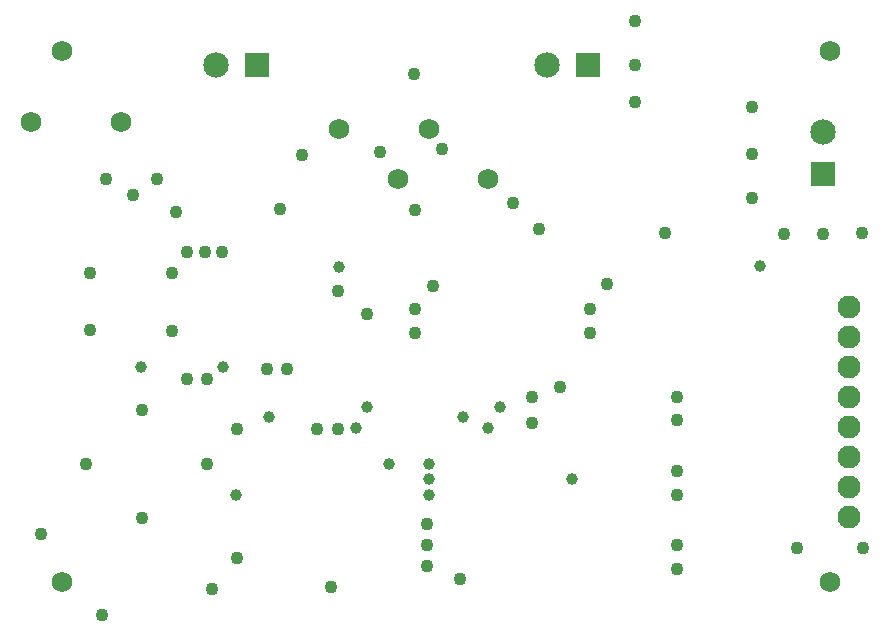
<source format=gbs>
G04*
G04 #@! TF.GenerationSoftware,Altium Limited,Altium Designer,19.1.5 (86)*
G04*
G04 Layer_Color=16711935*
%FSLAX25Y25*%
%MOIN*%
G70*
G01*
G75*
%ADD23C,0.06800*%
%ADD24C,0.08477*%
%ADD25R,0.08477X0.08477*%
%ADD26R,0.08477X0.08477*%
%ADD27C,0.07690*%
%ADD28C,0.04343*%
%ADD29C,0.03950*%
D23*
X629921Y488189D02*
D03*
X374016D02*
D03*
X374016Y311024D02*
D03*
X363701Y464500D02*
D03*
X393701D02*
D03*
X496100Y462000D02*
D03*
X466100D02*
D03*
X516000Y445500D02*
D03*
X486000D02*
D03*
X629921Y311024D02*
D03*
D24*
X425197Y483465D02*
D03*
X535433Y483465D02*
D03*
X627559Y461024D02*
D03*
D25*
X438976Y483465D02*
D03*
X549213Y483465D02*
D03*
D26*
X627559Y447244D02*
D03*
D27*
X636221Y352693D02*
D03*
Y402693D02*
D03*
Y392693D02*
D03*
Y372693D02*
D03*
Y382693D02*
D03*
Y362693D02*
D03*
Y342693D02*
D03*
Y332693D02*
D03*
D28*
X604000Y469500D02*
D03*
X382000Y350500D02*
D03*
X400700Y368400D02*
D03*
X400400Y332400D02*
D03*
X366900Y327200D02*
D03*
X641000Y322500D02*
D03*
X491200Y480600D02*
D03*
X604000Y439000D02*
D03*
X575000Y427500D02*
D03*
X604000Y453800D02*
D03*
X387169Y300000D02*
D03*
X619000Y322500D02*
D03*
X506500Y312000D02*
D03*
X495500Y316500D02*
D03*
Y323500D02*
D03*
Y330500D02*
D03*
X530500Y372693D02*
D03*
X539951Y376000D02*
D03*
X530500Y364000D02*
D03*
X579000Y365000D02*
D03*
Y372622D02*
D03*
Y348000D02*
D03*
Y340000D02*
D03*
Y323500D02*
D03*
Y315500D02*
D03*
X383300Y414000D02*
D03*
Y395034D02*
D03*
X565000Y471000D02*
D03*
Y498000D02*
D03*
Y483465D02*
D03*
X640500Y427500D02*
D03*
X627559Y427000D02*
D03*
X614500D02*
D03*
X491500Y435236D02*
D03*
X500600Y455300D02*
D03*
X454000Y453386D02*
D03*
X532900Y428900D02*
D03*
X524100Y437600D02*
D03*
X480000Y454500D02*
D03*
X446500Y435482D02*
D03*
X388700Y445500D02*
D03*
X405500D02*
D03*
X397500Y440200D02*
D03*
X412000Y434500D02*
D03*
X422342Y350500D02*
D03*
X463500Y309500D02*
D03*
X432342Y319000D02*
D03*
X424000Y308661D02*
D03*
X432342Y362000D02*
D03*
X465748D02*
D03*
X459000D02*
D03*
X410500Y394837D02*
D03*
X415500Y378700D02*
D03*
X422342D02*
D03*
X449000Y382000D02*
D03*
X442256D02*
D03*
X410500Y414000D02*
D03*
X415500Y421000D02*
D03*
X421449Y421158D02*
D03*
X427343D02*
D03*
X465748Y408000D02*
D03*
X475500Y400295D02*
D03*
X491500Y394000D02*
D03*
X497500Y409842D02*
D03*
X491500Y401968D02*
D03*
X555500Y410500D02*
D03*
X550000Y394000D02*
D03*
Y402181D02*
D03*
D29*
X516000Y362500D02*
D03*
X472000D02*
D03*
X507500Y366000D02*
D03*
X519800Y369500D02*
D03*
X400188Y382934D02*
D03*
X496242Y340242D02*
D03*
X496250Y345500D02*
D03*
Y350500D02*
D03*
X483000D02*
D03*
X427600Y382900D02*
D03*
X606500Y416500D02*
D03*
X466092Y416067D02*
D03*
X544000Y345500D02*
D03*
X475500Y369500D02*
D03*
X443000Y366000D02*
D03*
X431768Y340000D02*
D03*
M02*

</source>
